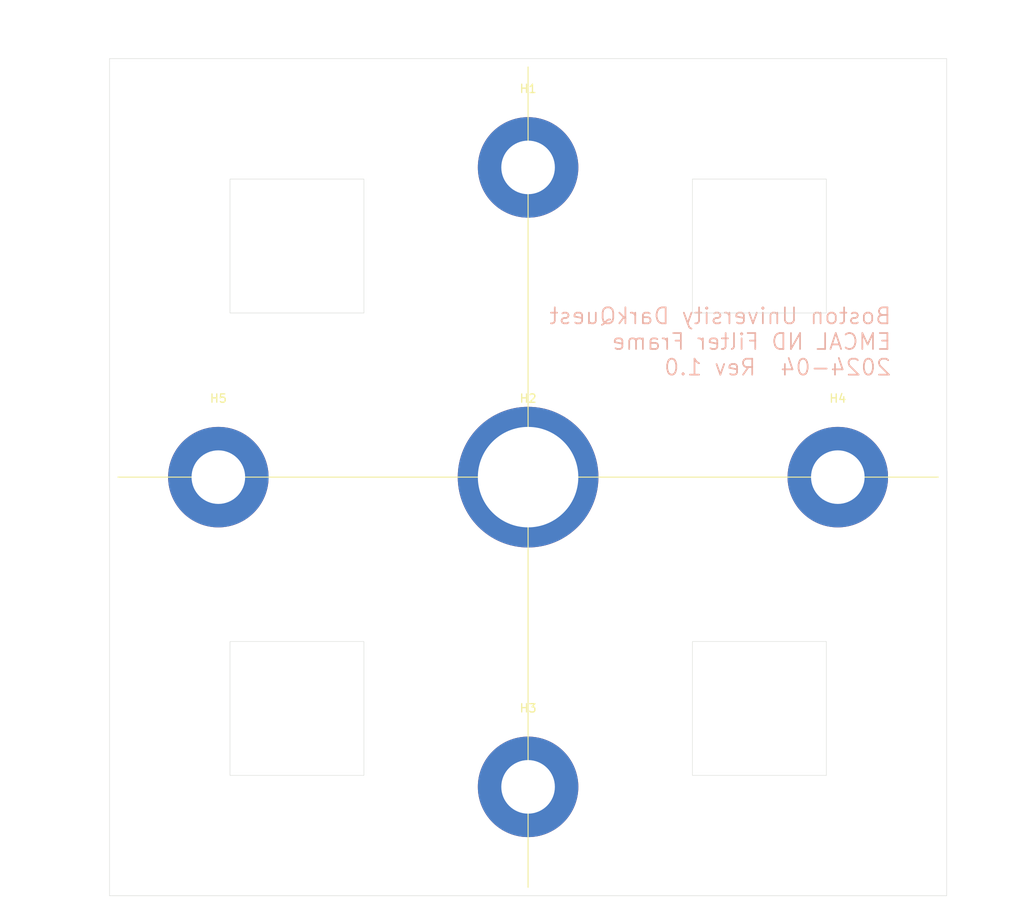
<source format=kicad_pcb>
(kicad_pcb (version 20221018) (generator pcbnew)
  (title_block (title "DarkQuest Quad Filter Frame") (comment 1 "Use two such boards to construct frame for neutral density filter"))
  (layers (0 "F.Cu" signal) (31 "B.Cu" signal) (34 "B.Paste" user) (35 "F.Paste" user) (36 "B.SilkS" user "B.Silkscreen") (37 "F.SilkS" user "F.Silkscreen") (38 "B.Mask" user) (39 "F.Mask" user) (44 "Edge.Cuts" user))
  (net 0 "")
  (footprint "quad_sipm:MountingHole_8.4mm_M8_Pad" (layer "F.Cu") (at 100 100)
    (fp_text reference "H2" (at 0 -9.4) (layer "F.SilkS"))
    (fp_text value "MountingHole")
    (pad "1" thru_hole circle (at 0 0) (size 16.8 16.8) (drill 12) (layers "*.Cu" "*.Mask"))
  )
  (footprint "quad_sipm:MountingHole_6.4_pad" (layer "F.Cu") (at 100 137)
    (fp_text reference "H3" (at 0 -9.4) (layer "F.SilkS"))
    (fp_text value "MountingHole")
    (pad "1" thru_hole circle (at 0 0) (size 12 12) (drill 6.4) (layers "*.Cu" "*.Mask"))
  )
  (footprint "quad_sipm:MountingHole_6.4_pad" (layer "F.Cu") (at 137 100)
    (fp_text reference "H4" (at 0 -9.4) (layer "F.SilkS"))
    (fp_text value "MountingHole")
    (pad "1" thru_hole circle (at 0 0) (size 12 12) (drill 6.4) (layers "*.Cu" "*.Mask"))
  )
  (footprint "quad_sipm:MountingHole_6.4_pad" (layer "F.Cu") (at 63 100)
    (fp_text reference "H5" (at 0 -9.4) (layer "F.SilkS"))
    (fp_text value "MountingHole")
    (pad "1" thru_hole circle (at 0 0) (size 12 12) (drill 6.4) (layers "*.Cu" "*.Mask"))
  )
  (footprint "quad_sipm:MountingHole_6.4_pad" (layer "F.Cu") (at 100 63)
    (fp_text reference "H1" (at 0 -9.4) (layer "F.SilkS"))
    (fp_text value "MountingHole")
    (pad "1" thru_hole circle (at 0 0) (size 12 12) (drill 6.4) (layers "*.Cu" "*.Mask"))
  )
  (gr_line (start 51 100) (end 149 100) (stroke (width 0.12)) (layer "F.SilkS"))
  (gr_line (start 100 51) (end 100 149) (stroke (width 0.12)) (layer "F.SilkS"))
  (gr_line (start 50 150) (end 50 50) (stroke (width 0.05)) (layer "Edge.Cuts"))
  (gr_rect (start 119.635 64.39) (end 135.635 80.39) (stroke (width 0.05)) (fill none) (layer "Edge.Cuts"))
  (gr_rect (start 64.39 64.39) (end 80.39 80.39) (stroke (width 0.05)) (fill none) (layer "Edge.Cuts"))
  (gr_rect (start 64.39 119.635) (end 80.39 135.635) (stroke (width 0.05)) (fill none) (layer "Edge.Cuts"))
  (gr_line (start 150 150) (end 50 150) (stroke (width 0.05)) (layer "Edge.Cuts"))
  (gr_line (start 50 50) (end 150 50) (stroke (width 0.05)) (layer "Edge.Cuts"))
  (gr_rect (start 119.635 119.635) (end 135.635 135.635) (stroke (width 0.05)) (fill none) (layer "Edge.Cuts"))
  (gr_line (start 150 50) (end 150 150) (stroke (width 0.05)) (layer "Edge.Cuts"))
  (gr_text "Boston University DarkQuest\nEMCAL ND Filter Frame\n2024-04  Rev 1.0" (at 143.51 83.82) (layer "B.SilkS") (effects (font (size 1.905 1.905) (thickness 0.2032)) (justify left mirror)))
)
</source>
